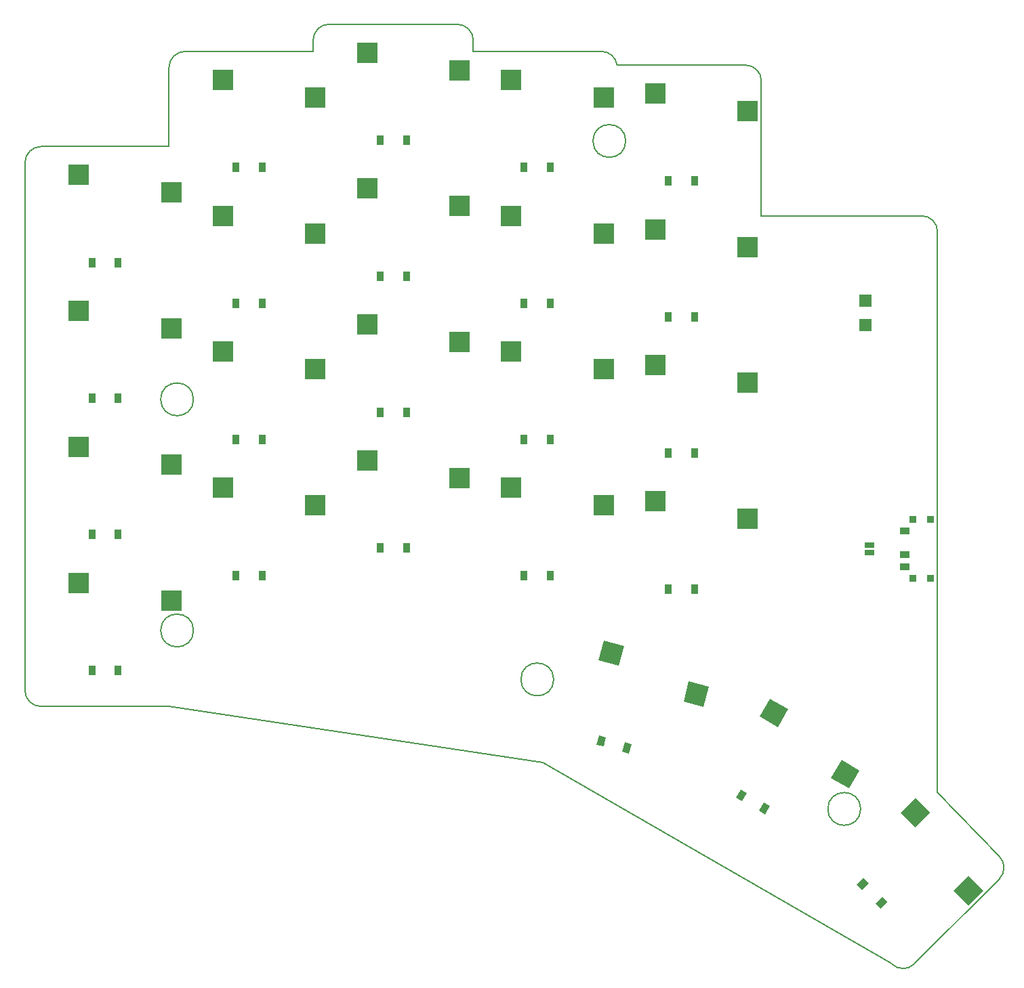
<source format=gbr>
G04 #@! TF.GenerationSoftware,KiCad,Pcbnew,5.1.5+dfsg1-2build2*
G04 #@! TF.CreationDate,2024-05-28T11:23:48+00:00*
G04 #@! TF.ProjectId,board,626f6172-642e-46b6-9963-61645f706362,0.3*
G04 #@! TF.SameCoordinates,Original*
G04 #@! TF.FileFunction,Paste,Bot*
G04 #@! TF.FilePolarity,Positive*
%FSLAX46Y46*%
G04 Gerber Fmt 4.6, Leading zero omitted, Abs format (unit mm)*
G04 Created by KiCad (PCBNEW 5.1.5+dfsg1-2build2) date 2024-05-28 11:23:48*
%MOMM*%
%LPD*%
G04 APERTURE LIST*
G04 #@! TA.AperFunction,Profile*
%ADD10C,0.150000*%
G04 #@! TD*
%ADD11R,2.600000X2.600000*%
%ADD12C,0.350000*%
%ADD13R,0.900000X1.200000*%
%ADD14R,1.500000X1.500000*%
%ADD15R,1.143000X0.635000*%
%ADD16R,1.250000X0.900000*%
%ADD17R,0.900000X0.900000*%
G04 APERTURE END LIST*
D10*
X-8000000Y-9500000D02*
X8000000Y-9500000D01*
X-10000000Y-7500000D02*
X-10000000Y58500000D01*
X-8000000Y-9500000D02*
G75*
G02X-10000000Y-7500000I0J2000000D01*
G01*
X8000000Y60500000D02*
X-8000000Y60500000D01*
X-10000000Y58500000D02*
G75*
G02X-8000000Y60500000I2000000J0D01*
G01*
X26000000Y72400000D02*
X10000000Y72400000D01*
X8000000Y70400000D02*
G75*
G02X10000000Y72400000I2000000J0D01*
G01*
X8000000Y70400000D02*
X8000000Y60500000D01*
X46000000Y72400000D02*
X46000000Y73800000D01*
X44000000Y75800000D02*
G75*
G02X46000000Y73800000I0J-2000000D01*
G01*
X44000000Y75800000D02*
X28000000Y75800000D01*
X26000000Y73800000D02*
G75*
G02X28000000Y75800000I2000000J0D01*
G01*
X26000000Y73800000D02*
X26000000Y72400000D01*
X62000000Y72400000D02*
G75*
G02X63977391Y70699872I0J-2000000D01*
G01*
X62000000Y72400000D02*
X46000000Y72400000D01*
X82000000Y51850000D02*
X82000000Y68700000D01*
X80000000Y70700000D02*
G75*
G02X82000000Y68700000I0J-2000000D01*
G01*
X80000000Y70700000D02*
X64000000Y70700000D01*
X63977391Y70699872D02*
G75*
G02X64000000Y70700000I22609J-1999872D01*
G01*
X101117258Y-41686664D02*
G75*
G02X98288831Y-41686665I-1414214J1414213D01*
G01*
X101117258Y-41686665D02*
X111723860Y-31080063D01*
X111723859Y-28251637D02*
G75*
G02X111723859Y-31080063I-1414213J-1414213D01*
G01*
X104000000Y-20208734D02*
X111723860Y-28251636D01*
X98288831Y-41686665D02*
X54707107Y-16524745D01*
X54707107Y-16524745D02*
X8000000Y-9500000D01*
X104000000Y-20208734D02*
X104000000Y49850000D01*
X102000000Y51850000D02*
G75*
G02X104000000Y49850000I0J-2000000D01*
G01*
X102000000Y51850000D02*
X82000000Y51850000D01*
X11050000Y28900000D02*
G75*
G03X11050000Y28900000I-2050000J0D01*
G01*
X11050000Y0D02*
G75*
G03X11050000Y0I-2050000J0D01*
G01*
X65050000Y61200000D02*
G75*
G03X65050000Y61200000I-2050000J0D01*
G01*
X56050000Y-6120000D02*
G75*
G03X56050000Y-6120000I-2050000J0D01*
G01*
X94399134Y-22311939D02*
G75*
G03X94399134Y-22311939I-2050000J0D01*
G01*
D11*
G04 #@! TO.C,S1*
X-3275000Y5950000D03*
X8275000Y3750000D03*
G04 #@! TD*
G04 #@! TO.C,S2*
X-3275000Y22950000D03*
X8275000Y20750000D03*
G04 #@! TD*
G04 #@! TO.C,S3*
X-3275000Y39950000D03*
X8275000Y37750000D03*
G04 #@! TD*
G04 #@! TO.C,S4*
X-3275000Y56950000D03*
X8275000Y54750000D03*
G04 #@! TD*
G04 #@! TO.C,S5*
X14725000Y17850000D03*
X26275000Y15650000D03*
G04 #@! TD*
G04 #@! TO.C,S6*
X14725000Y34850000D03*
X26275000Y32650000D03*
G04 #@! TD*
G04 #@! TO.C,S7*
X14725000Y51850000D03*
X26275000Y49650000D03*
G04 #@! TD*
G04 #@! TO.C,S8*
X14725000Y68850000D03*
X26275000Y66650000D03*
G04 #@! TD*
G04 #@! TO.C,S9*
X32725000Y21250000D03*
X44275000Y19050000D03*
G04 #@! TD*
G04 #@! TO.C,S10*
X32725000Y38250000D03*
X44275000Y36050000D03*
G04 #@! TD*
G04 #@! TO.C,S11*
X32725000Y55250000D03*
X44275000Y53050000D03*
G04 #@! TD*
G04 #@! TO.C,S12*
X32725000Y72250000D03*
X44275000Y70050000D03*
G04 #@! TD*
G04 #@! TO.C,S13*
X50725000Y17850000D03*
X62275000Y15650000D03*
G04 #@! TD*
G04 #@! TO.C,S14*
X50725000Y34850000D03*
X62275000Y32650000D03*
G04 #@! TD*
G04 #@! TO.C,S15*
X50725000Y51850000D03*
X62275000Y49650000D03*
G04 #@! TD*
G04 #@! TO.C,S16*
X50725000Y68850000D03*
X62275000Y66650000D03*
G04 #@! TD*
G04 #@! TO.C,S17*
X68725000Y16150000D03*
X80275000Y13950000D03*
G04 #@! TD*
G04 #@! TO.C,S18*
X68725000Y33150000D03*
X80275000Y30950000D03*
G04 #@! TD*
G04 #@! TO.C,S19*
X68725000Y50150000D03*
X80275000Y47950000D03*
G04 #@! TD*
G04 #@! TO.C,S20*
X68725000Y67150000D03*
X80275000Y64950000D03*
G04 #@! TD*
D12*
G04 #@! TO.C,S21*
G36*
X61677698Y-3743348D02*
G01*
X62350627Y-1231941D01*
X64862034Y-1904870D01*
X64189105Y-4416277D01*
X61677698Y-3743348D01*
G37*
G36*
X72264740Y-8857745D02*
G01*
X72937669Y-6346338D01*
X75449076Y-7019267D01*
X74776147Y-9530674D01*
X72264740Y-8857745D01*
G37*
G04 #@! TD*
G04 #@! TO.C,S22*
G36*
X81793834Y-10782982D02*
G01*
X83093834Y-8531316D01*
X85345500Y-9831316D01*
X84045500Y-12082982D01*
X81793834Y-10782982D01*
G37*
G36*
X90696427Y-18463238D02*
G01*
X91996427Y-16211572D01*
X94248093Y-17511572D01*
X92948093Y-19763238D01*
X90696427Y-18463238D01*
G37*
G04 #@! TD*
G04 #@! TO.C,S23*
G36*
X99402533Y-22789240D02*
G01*
X101241011Y-20950762D01*
X103079489Y-22789240D01*
X101241011Y-24627718D01*
X99402533Y-22789240D01*
G37*
G36*
X106013981Y-32511958D02*
G01*
X107852459Y-30673480D01*
X109690937Y-32511958D01*
X107852459Y-34350436D01*
X106013981Y-32511958D01*
G37*
G04 #@! TD*
D13*
G04 #@! TO.C,D1*
X1650000Y-5000000D03*
X-1650000Y-5000000D03*
G04 #@! TD*
G04 #@! TO.C,D2*
X1650000Y12000000D03*
X-1650000Y12000000D03*
G04 #@! TD*
G04 #@! TO.C,D3*
X1650000Y29000000D03*
X-1650000Y29000000D03*
G04 #@! TD*
G04 #@! TO.C,D4*
X1650000Y46000000D03*
X-1650000Y46000000D03*
G04 #@! TD*
G04 #@! TO.C,D5*
X19650000Y6900000D03*
X16350000Y6900000D03*
G04 #@! TD*
G04 #@! TO.C,D6*
X19650000Y23900000D03*
X16350000Y23900000D03*
G04 #@! TD*
G04 #@! TO.C,D7*
X19650000Y40900000D03*
X16350000Y40900000D03*
G04 #@! TD*
G04 #@! TO.C,D8*
X19650000Y57900000D03*
X16350000Y57900000D03*
G04 #@! TD*
G04 #@! TO.C,D9*
X37650000Y10300000D03*
X34350000Y10300000D03*
G04 #@! TD*
G04 #@! TO.C,D10*
X37650000Y27300000D03*
X34350000Y27300000D03*
G04 #@! TD*
G04 #@! TO.C,D11*
X37650000Y44300000D03*
X34350000Y44300000D03*
G04 #@! TD*
G04 #@! TO.C,D12*
X37650000Y61300000D03*
X34350000Y61300000D03*
G04 #@! TD*
G04 #@! TO.C,D13*
X55650000Y6900000D03*
X52350000Y6900000D03*
G04 #@! TD*
G04 #@! TO.C,D14*
X55650000Y23900000D03*
X52350000Y23900000D03*
G04 #@! TD*
G04 #@! TO.C,D15*
X55650000Y40900000D03*
X52350000Y40900000D03*
G04 #@! TD*
G04 #@! TO.C,D16*
X55650000Y57900000D03*
X52350000Y57900000D03*
G04 #@! TD*
G04 #@! TO.C,D17*
X73650000Y5200000D03*
X70350000Y5200000D03*
G04 #@! TD*
G04 #@! TO.C,D18*
X73650000Y22200000D03*
X70350000Y22200000D03*
G04 #@! TD*
G04 #@! TO.C,D19*
X73650000Y39200000D03*
X70350000Y39200000D03*
G04 #@! TD*
G04 #@! TO.C,D20*
X73650000Y56200000D03*
X70350000Y56200000D03*
G04 #@! TD*
D12*
G04 #@! TO.C,D21*
G36*
X64603020Y-15138737D02*
G01*
X64913603Y-13979626D01*
X65782936Y-14212563D01*
X65472353Y-15371674D01*
X64603020Y-15138737D01*
G37*
G36*
X61415464Y-14284637D02*
G01*
X61726047Y-13125526D01*
X62595380Y-13358463D01*
X62284797Y-14517574D01*
X61415464Y-14284637D01*
G37*
G04 #@! TD*
G04 #@! TO.C,D22*
G36*
X81670131Y-22547315D02*
G01*
X82270131Y-21508085D01*
X83049553Y-21958085D01*
X82449553Y-22997315D01*
X81670131Y-22547315D01*
G37*
G36*
X78812247Y-20897315D02*
G01*
X79412247Y-19858085D01*
X80191669Y-20308085D01*
X79591669Y-21347315D01*
X78812247Y-20897315D01*
G37*
G04 #@! TD*
G04 #@! TO.C,D23*
G36*
X96238264Y-34120592D02*
G01*
X97086792Y-33272064D01*
X97723188Y-33908460D01*
X96874660Y-34756988D01*
X96238264Y-34120592D01*
G37*
G36*
X93904812Y-31787140D02*
G01*
X94753340Y-30938612D01*
X95389736Y-31575008D01*
X94541208Y-32423536D01*
X93904812Y-31787140D01*
G37*
G04 #@! TD*
D14*
G04 #@! TO.C,PAD1*
X95000000Y38200000D03*
G04 #@! TD*
G04 #@! TO.C,PAD2*
X95000000Y41200000D03*
G04 #@! TD*
D15*
G04 #@! TO.C,J1*
X95500000Y10700380D03*
X95500000Y9699620D03*
G04 #@! TD*
D16*
G04 #@! TO.C,T2*
X99925000Y12450000D03*
X99925000Y9450000D03*
X99925000Y7950000D03*
D17*
X103100000Y6500000D03*
X100900000Y6500000D03*
X100900000Y13900000D03*
X103100000Y13900000D03*
G04 #@! TD*
M02*

</source>
